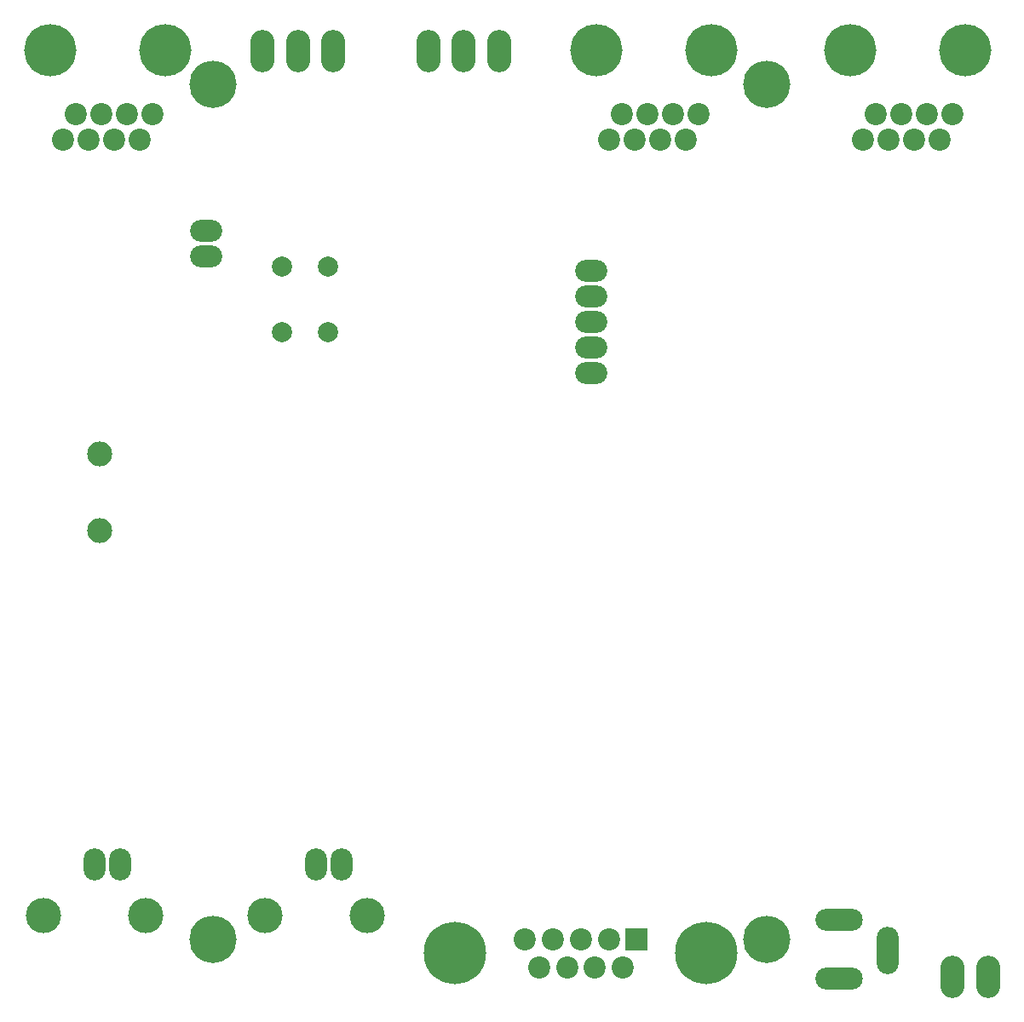
<source format=gbs>
G04*
G04 #@! TF.GenerationSoftware,Altium Limited,Altium Designer,19.0.10 (269)*
G04*
G04 Layer_Color=16711935*
%FSLAX25Y25*%
%MOIN*%
G70*
G01*
G75*
%ADD51C,0.08661*%
%ADD52C,0.20472*%
%ADD53O,0.18504X0.08661*%
%ADD54O,0.08661X0.18504*%
%ADD55O,0.09449X0.16535*%
%ADD56R,0.08661X0.08661*%
%ADD57C,0.24410*%
%ADD58C,0.07874*%
%ADD59C,0.09787*%
%ADD60O,0.08661X0.12598*%
%ADD61C,0.13780*%
%ADD62O,0.12598X0.08661*%
%ADD63C,0.18504*%
D51*
X30220Y342288D02*
D03*
X25221Y352288D02*
D03*
X55221D02*
D03*
X50221Y342288D02*
D03*
X20221D02*
D03*
X40220D02*
D03*
X45221Y352288D02*
D03*
X35221D02*
D03*
X248764D02*
D03*
X258764D02*
D03*
X253764Y342288D02*
D03*
X233764D02*
D03*
X263764D02*
D03*
X268764Y352288D02*
D03*
X238764D02*
D03*
X243764Y342288D02*
D03*
X343134D02*
D03*
X338134Y352288D02*
D03*
X368134D02*
D03*
X363134Y342288D02*
D03*
X333134D02*
D03*
X353134D02*
D03*
X358134Y352288D02*
D03*
X348134D02*
D03*
X200933Y29558D02*
D03*
X206386Y18377D02*
D03*
X211839Y29558D02*
D03*
X217291Y18377D02*
D03*
X222744Y29558D02*
D03*
X228197Y18377D02*
D03*
X233650Y29558D02*
D03*
X239103Y18377D02*
D03*
D52*
X60220Y377288D02*
D03*
X15221D02*
D03*
X228764D02*
D03*
X273764D02*
D03*
X373134D02*
D03*
X328134D02*
D03*
D53*
X323887Y14094D02*
D03*
Y36928D02*
D03*
D54*
X342784Y25117D02*
D03*
D55*
X381957Y14881D02*
D03*
X368180D02*
D03*
X163154Y376993D02*
D03*
X176931D02*
D03*
X190711D02*
D03*
X125750D02*
D03*
X111970D02*
D03*
X98193D02*
D03*
D56*
X244555Y29558D02*
D03*
D57*
X271937Y23967D02*
D03*
X173551D02*
D03*
D58*
X123657Y292667D02*
D03*
Y267077D02*
D03*
X105940D02*
D03*
Y292667D02*
D03*
D59*
X34477Y219399D02*
D03*
Y189399D02*
D03*
D60*
X119162Y58892D02*
D03*
X129162D02*
D03*
X42548D02*
D03*
X32548D02*
D03*
D61*
X139162Y38892D02*
D03*
X99162D02*
D03*
X12548D02*
D03*
X52548D02*
D03*
D62*
X226760Y291080D02*
D03*
Y281080D02*
D03*
Y271080D02*
D03*
Y261080D02*
D03*
Y251080D02*
D03*
X76041Y306673D02*
D03*
Y296673D02*
D03*
D63*
X295276Y364173D02*
D03*
X78740Y29528D02*
D03*
Y364173D02*
D03*
X295276Y29528D02*
D03*
M02*

</source>
